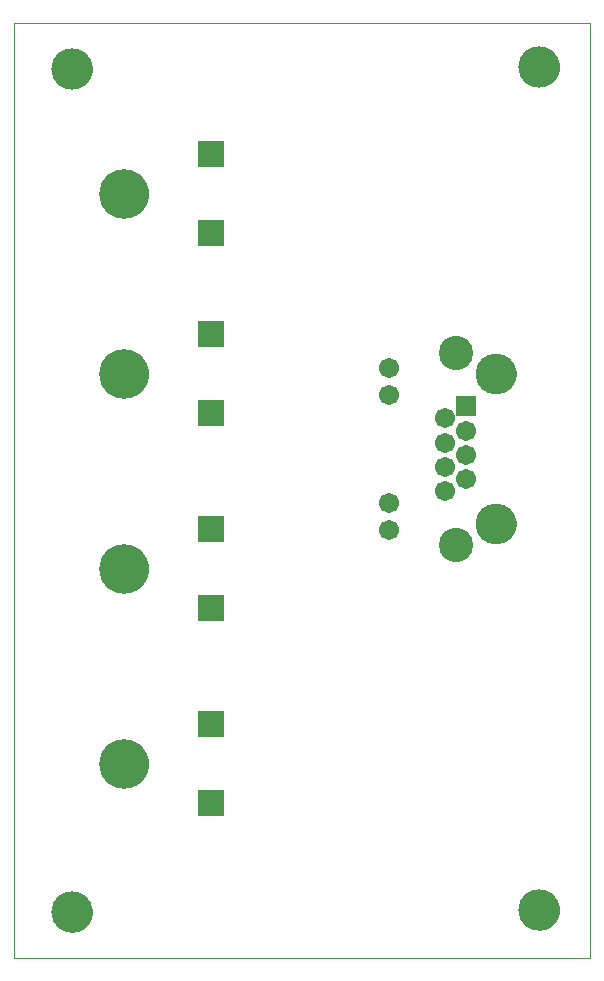
<source format=gts>
G75*
%MOIN*%
%OFA0B0*%
%FSLAX25Y25*%
%IPPOS*%
%LPD*%
%AMOC8*
5,1,8,0,0,1.08239X$1,22.5*
%
%ADD10C,0.00000*%
%ADD11R,0.06737X0.06737*%
%ADD12C,0.06737*%
%ADD13C,0.13595*%
%ADD14C,0.11430*%
%ADD15C,0.16548*%
%ADD16R,0.09068X0.09068*%
%ADD17C,0.13800*%
D10*
X0001000Y0001000D02*
X0001000Y0312516D01*
X0192831Y0312516D01*
X0192831Y0001000D01*
X0001000Y0001000D01*
X0013791Y0016157D02*
X0013793Y0016318D01*
X0013799Y0016478D01*
X0013809Y0016639D01*
X0013823Y0016799D01*
X0013841Y0016959D01*
X0013862Y0017118D01*
X0013888Y0017277D01*
X0013918Y0017435D01*
X0013951Y0017592D01*
X0013989Y0017749D01*
X0014030Y0017904D01*
X0014075Y0018058D01*
X0014124Y0018211D01*
X0014177Y0018363D01*
X0014233Y0018514D01*
X0014294Y0018663D01*
X0014357Y0018811D01*
X0014425Y0018957D01*
X0014496Y0019101D01*
X0014570Y0019243D01*
X0014648Y0019384D01*
X0014730Y0019522D01*
X0014815Y0019659D01*
X0014903Y0019793D01*
X0014995Y0019925D01*
X0015090Y0020055D01*
X0015188Y0020183D01*
X0015289Y0020308D01*
X0015393Y0020430D01*
X0015500Y0020550D01*
X0015610Y0020667D01*
X0015723Y0020782D01*
X0015839Y0020893D01*
X0015958Y0021002D01*
X0016079Y0021107D01*
X0016203Y0021210D01*
X0016329Y0021310D01*
X0016457Y0021406D01*
X0016588Y0021499D01*
X0016722Y0021589D01*
X0016857Y0021676D01*
X0016995Y0021759D01*
X0017134Y0021839D01*
X0017276Y0021915D01*
X0017419Y0021988D01*
X0017564Y0022057D01*
X0017711Y0022123D01*
X0017859Y0022185D01*
X0018009Y0022243D01*
X0018160Y0022298D01*
X0018313Y0022349D01*
X0018467Y0022396D01*
X0018622Y0022439D01*
X0018778Y0022478D01*
X0018934Y0022514D01*
X0019092Y0022545D01*
X0019250Y0022573D01*
X0019409Y0022597D01*
X0019569Y0022617D01*
X0019729Y0022633D01*
X0019889Y0022645D01*
X0020050Y0022653D01*
X0020211Y0022657D01*
X0020371Y0022657D01*
X0020532Y0022653D01*
X0020693Y0022645D01*
X0020853Y0022633D01*
X0021013Y0022617D01*
X0021173Y0022597D01*
X0021332Y0022573D01*
X0021490Y0022545D01*
X0021648Y0022514D01*
X0021804Y0022478D01*
X0021960Y0022439D01*
X0022115Y0022396D01*
X0022269Y0022349D01*
X0022422Y0022298D01*
X0022573Y0022243D01*
X0022723Y0022185D01*
X0022871Y0022123D01*
X0023018Y0022057D01*
X0023163Y0021988D01*
X0023306Y0021915D01*
X0023448Y0021839D01*
X0023587Y0021759D01*
X0023725Y0021676D01*
X0023860Y0021589D01*
X0023994Y0021499D01*
X0024125Y0021406D01*
X0024253Y0021310D01*
X0024379Y0021210D01*
X0024503Y0021107D01*
X0024624Y0021002D01*
X0024743Y0020893D01*
X0024859Y0020782D01*
X0024972Y0020667D01*
X0025082Y0020550D01*
X0025189Y0020430D01*
X0025293Y0020308D01*
X0025394Y0020183D01*
X0025492Y0020055D01*
X0025587Y0019925D01*
X0025679Y0019793D01*
X0025767Y0019659D01*
X0025852Y0019522D01*
X0025934Y0019384D01*
X0026012Y0019243D01*
X0026086Y0019101D01*
X0026157Y0018957D01*
X0026225Y0018811D01*
X0026288Y0018663D01*
X0026349Y0018514D01*
X0026405Y0018363D01*
X0026458Y0018211D01*
X0026507Y0018058D01*
X0026552Y0017904D01*
X0026593Y0017749D01*
X0026631Y0017592D01*
X0026664Y0017435D01*
X0026694Y0017277D01*
X0026720Y0017118D01*
X0026741Y0016959D01*
X0026759Y0016799D01*
X0026773Y0016639D01*
X0026783Y0016478D01*
X0026789Y0016318D01*
X0026791Y0016157D01*
X0026789Y0015996D01*
X0026783Y0015836D01*
X0026773Y0015675D01*
X0026759Y0015515D01*
X0026741Y0015355D01*
X0026720Y0015196D01*
X0026694Y0015037D01*
X0026664Y0014879D01*
X0026631Y0014722D01*
X0026593Y0014565D01*
X0026552Y0014410D01*
X0026507Y0014256D01*
X0026458Y0014103D01*
X0026405Y0013951D01*
X0026349Y0013800D01*
X0026288Y0013651D01*
X0026225Y0013503D01*
X0026157Y0013357D01*
X0026086Y0013213D01*
X0026012Y0013071D01*
X0025934Y0012930D01*
X0025852Y0012792D01*
X0025767Y0012655D01*
X0025679Y0012521D01*
X0025587Y0012389D01*
X0025492Y0012259D01*
X0025394Y0012131D01*
X0025293Y0012006D01*
X0025189Y0011884D01*
X0025082Y0011764D01*
X0024972Y0011647D01*
X0024859Y0011532D01*
X0024743Y0011421D01*
X0024624Y0011312D01*
X0024503Y0011207D01*
X0024379Y0011104D01*
X0024253Y0011004D01*
X0024125Y0010908D01*
X0023994Y0010815D01*
X0023860Y0010725D01*
X0023725Y0010638D01*
X0023587Y0010555D01*
X0023448Y0010475D01*
X0023306Y0010399D01*
X0023163Y0010326D01*
X0023018Y0010257D01*
X0022871Y0010191D01*
X0022723Y0010129D01*
X0022573Y0010071D01*
X0022422Y0010016D01*
X0022269Y0009965D01*
X0022115Y0009918D01*
X0021960Y0009875D01*
X0021804Y0009836D01*
X0021648Y0009800D01*
X0021490Y0009769D01*
X0021332Y0009741D01*
X0021173Y0009717D01*
X0021013Y0009697D01*
X0020853Y0009681D01*
X0020693Y0009669D01*
X0020532Y0009661D01*
X0020371Y0009657D01*
X0020211Y0009657D01*
X0020050Y0009661D01*
X0019889Y0009669D01*
X0019729Y0009681D01*
X0019569Y0009697D01*
X0019409Y0009717D01*
X0019250Y0009741D01*
X0019092Y0009769D01*
X0018934Y0009800D01*
X0018778Y0009836D01*
X0018622Y0009875D01*
X0018467Y0009918D01*
X0018313Y0009965D01*
X0018160Y0010016D01*
X0018009Y0010071D01*
X0017859Y0010129D01*
X0017711Y0010191D01*
X0017564Y0010257D01*
X0017419Y0010326D01*
X0017276Y0010399D01*
X0017134Y0010475D01*
X0016995Y0010555D01*
X0016857Y0010638D01*
X0016722Y0010725D01*
X0016588Y0010815D01*
X0016457Y0010908D01*
X0016329Y0011004D01*
X0016203Y0011104D01*
X0016079Y0011207D01*
X0015958Y0011312D01*
X0015839Y0011421D01*
X0015723Y0011532D01*
X0015610Y0011647D01*
X0015500Y0011764D01*
X0015393Y0011884D01*
X0015289Y0012006D01*
X0015188Y0012131D01*
X0015090Y0012259D01*
X0014995Y0012389D01*
X0014903Y0012521D01*
X0014815Y0012655D01*
X0014730Y0012792D01*
X0014648Y0012930D01*
X0014570Y0013071D01*
X0014496Y0013213D01*
X0014425Y0013357D01*
X0014357Y0013503D01*
X0014294Y0013651D01*
X0014233Y0013800D01*
X0014177Y0013951D01*
X0014124Y0014103D01*
X0014075Y0014256D01*
X0014030Y0014410D01*
X0013989Y0014565D01*
X0013951Y0014722D01*
X0013918Y0014879D01*
X0013888Y0015037D01*
X0013862Y0015196D01*
X0013841Y0015355D01*
X0013823Y0015515D01*
X0013809Y0015675D01*
X0013799Y0015836D01*
X0013793Y0015996D01*
X0013791Y0016157D01*
X0029799Y0065646D02*
X0029801Y0065839D01*
X0029808Y0066032D01*
X0029820Y0066225D01*
X0029837Y0066418D01*
X0029858Y0066610D01*
X0029884Y0066801D01*
X0029915Y0066992D01*
X0029950Y0067182D01*
X0029990Y0067371D01*
X0030035Y0067559D01*
X0030084Y0067746D01*
X0030138Y0067932D01*
X0030196Y0068116D01*
X0030259Y0068299D01*
X0030327Y0068480D01*
X0030398Y0068659D01*
X0030475Y0068837D01*
X0030555Y0069013D01*
X0030640Y0069186D01*
X0030729Y0069358D01*
X0030822Y0069527D01*
X0030919Y0069694D01*
X0031021Y0069859D01*
X0031126Y0070021D01*
X0031235Y0070180D01*
X0031349Y0070337D01*
X0031466Y0070490D01*
X0031586Y0070641D01*
X0031711Y0070789D01*
X0031839Y0070934D01*
X0031970Y0071075D01*
X0032105Y0071214D01*
X0032244Y0071349D01*
X0032385Y0071480D01*
X0032530Y0071608D01*
X0032678Y0071733D01*
X0032829Y0071853D01*
X0032982Y0071970D01*
X0033139Y0072084D01*
X0033298Y0072193D01*
X0033460Y0072298D01*
X0033625Y0072400D01*
X0033792Y0072497D01*
X0033961Y0072590D01*
X0034133Y0072679D01*
X0034306Y0072764D01*
X0034482Y0072844D01*
X0034660Y0072921D01*
X0034839Y0072992D01*
X0035020Y0073060D01*
X0035203Y0073123D01*
X0035387Y0073181D01*
X0035573Y0073235D01*
X0035760Y0073284D01*
X0035948Y0073329D01*
X0036137Y0073369D01*
X0036327Y0073404D01*
X0036518Y0073435D01*
X0036709Y0073461D01*
X0036901Y0073482D01*
X0037094Y0073499D01*
X0037287Y0073511D01*
X0037480Y0073518D01*
X0037673Y0073520D01*
X0037866Y0073518D01*
X0038059Y0073511D01*
X0038252Y0073499D01*
X0038445Y0073482D01*
X0038637Y0073461D01*
X0038828Y0073435D01*
X0039019Y0073404D01*
X0039209Y0073369D01*
X0039398Y0073329D01*
X0039586Y0073284D01*
X0039773Y0073235D01*
X0039959Y0073181D01*
X0040143Y0073123D01*
X0040326Y0073060D01*
X0040507Y0072992D01*
X0040686Y0072921D01*
X0040864Y0072844D01*
X0041040Y0072764D01*
X0041213Y0072679D01*
X0041385Y0072590D01*
X0041554Y0072497D01*
X0041721Y0072400D01*
X0041886Y0072298D01*
X0042048Y0072193D01*
X0042207Y0072084D01*
X0042364Y0071970D01*
X0042517Y0071853D01*
X0042668Y0071733D01*
X0042816Y0071608D01*
X0042961Y0071480D01*
X0043102Y0071349D01*
X0043241Y0071214D01*
X0043376Y0071075D01*
X0043507Y0070934D01*
X0043635Y0070789D01*
X0043760Y0070641D01*
X0043880Y0070490D01*
X0043997Y0070337D01*
X0044111Y0070180D01*
X0044220Y0070021D01*
X0044325Y0069859D01*
X0044427Y0069694D01*
X0044524Y0069527D01*
X0044617Y0069358D01*
X0044706Y0069186D01*
X0044791Y0069013D01*
X0044871Y0068837D01*
X0044948Y0068659D01*
X0045019Y0068480D01*
X0045087Y0068299D01*
X0045150Y0068116D01*
X0045208Y0067932D01*
X0045262Y0067746D01*
X0045311Y0067559D01*
X0045356Y0067371D01*
X0045396Y0067182D01*
X0045431Y0066992D01*
X0045462Y0066801D01*
X0045488Y0066610D01*
X0045509Y0066418D01*
X0045526Y0066225D01*
X0045538Y0066032D01*
X0045545Y0065839D01*
X0045547Y0065646D01*
X0045545Y0065453D01*
X0045538Y0065260D01*
X0045526Y0065067D01*
X0045509Y0064874D01*
X0045488Y0064682D01*
X0045462Y0064491D01*
X0045431Y0064300D01*
X0045396Y0064110D01*
X0045356Y0063921D01*
X0045311Y0063733D01*
X0045262Y0063546D01*
X0045208Y0063360D01*
X0045150Y0063176D01*
X0045087Y0062993D01*
X0045019Y0062812D01*
X0044948Y0062633D01*
X0044871Y0062455D01*
X0044791Y0062279D01*
X0044706Y0062106D01*
X0044617Y0061934D01*
X0044524Y0061765D01*
X0044427Y0061598D01*
X0044325Y0061433D01*
X0044220Y0061271D01*
X0044111Y0061112D01*
X0043997Y0060955D01*
X0043880Y0060802D01*
X0043760Y0060651D01*
X0043635Y0060503D01*
X0043507Y0060358D01*
X0043376Y0060217D01*
X0043241Y0060078D01*
X0043102Y0059943D01*
X0042961Y0059812D01*
X0042816Y0059684D01*
X0042668Y0059559D01*
X0042517Y0059439D01*
X0042364Y0059322D01*
X0042207Y0059208D01*
X0042048Y0059099D01*
X0041886Y0058994D01*
X0041721Y0058892D01*
X0041554Y0058795D01*
X0041385Y0058702D01*
X0041213Y0058613D01*
X0041040Y0058528D01*
X0040864Y0058448D01*
X0040686Y0058371D01*
X0040507Y0058300D01*
X0040326Y0058232D01*
X0040143Y0058169D01*
X0039959Y0058111D01*
X0039773Y0058057D01*
X0039586Y0058008D01*
X0039398Y0057963D01*
X0039209Y0057923D01*
X0039019Y0057888D01*
X0038828Y0057857D01*
X0038637Y0057831D01*
X0038445Y0057810D01*
X0038252Y0057793D01*
X0038059Y0057781D01*
X0037866Y0057774D01*
X0037673Y0057772D01*
X0037480Y0057774D01*
X0037287Y0057781D01*
X0037094Y0057793D01*
X0036901Y0057810D01*
X0036709Y0057831D01*
X0036518Y0057857D01*
X0036327Y0057888D01*
X0036137Y0057923D01*
X0035948Y0057963D01*
X0035760Y0058008D01*
X0035573Y0058057D01*
X0035387Y0058111D01*
X0035203Y0058169D01*
X0035020Y0058232D01*
X0034839Y0058300D01*
X0034660Y0058371D01*
X0034482Y0058448D01*
X0034306Y0058528D01*
X0034133Y0058613D01*
X0033961Y0058702D01*
X0033792Y0058795D01*
X0033625Y0058892D01*
X0033460Y0058994D01*
X0033298Y0059099D01*
X0033139Y0059208D01*
X0032982Y0059322D01*
X0032829Y0059439D01*
X0032678Y0059559D01*
X0032530Y0059684D01*
X0032385Y0059812D01*
X0032244Y0059943D01*
X0032105Y0060078D01*
X0031970Y0060217D01*
X0031839Y0060358D01*
X0031711Y0060503D01*
X0031586Y0060651D01*
X0031466Y0060802D01*
X0031349Y0060955D01*
X0031235Y0061112D01*
X0031126Y0061271D01*
X0031021Y0061433D01*
X0030919Y0061598D01*
X0030822Y0061765D01*
X0030729Y0061934D01*
X0030640Y0062106D01*
X0030555Y0062279D01*
X0030475Y0062455D01*
X0030398Y0062633D01*
X0030327Y0062812D01*
X0030259Y0062993D01*
X0030196Y0063176D01*
X0030138Y0063360D01*
X0030084Y0063546D01*
X0030035Y0063733D01*
X0029990Y0063921D01*
X0029950Y0064110D01*
X0029915Y0064300D01*
X0029884Y0064491D01*
X0029858Y0064682D01*
X0029837Y0064874D01*
X0029820Y0065067D01*
X0029808Y0065260D01*
X0029801Y0065453D01*
X0029799Y0065646D01*
X0029799Y0130646D02*
X0029801Y0130839D01*
X0029808Y0131032D01*
X0029820Y0131225D01*
X0029837Y0131418D01*
X0029858Y0131610D01*
X0029884Y0131801D01*
X0029915Y0131992D01*
X0029950Y0132182D01*
X0029990Y0132371D01*
X0030035Y0132559D01*
X0030084Y0132746D01*
X0030138Y0132932D01*
X0030196Y0133116D01*
X0030259Y0133299D01*
X0030327Y0133480D01*
X0030398Y0133659D01*
X0030475Y0133837D01*
X0030555Y0134013D01*
X0030640Y0134186D01*
X0030729Y0134358D01*
X0030822Y0134527D01*
X0030919Y0134694D01*
X0031021Y0134859D01*
X0031126Y0135021D01*
X0031235Y0135180D01*
X0031349Y0135337D01*
X0031466Y0135490D01*
X0031586Y0135641D01*
X0031711Y0135789D01*
X0031839Y0135934D01*
X0031970Y0136075D01*
X0032105Y0136214D01*
X0032244Y0136349D01*
X0032385Y0136480D01*
X0032530Y0136608D01*
X0032678Y0136733D01*
X0032829Y0136853D01*
X0032982Y0136970D01*
X0033139Y0137084D01*
X0033298Y0137193D01*
X0033460Y0137298D01*
X0033625Y0137400D01*
X0033792Y0137497D01*
X0033961Y0137590D01*
X0034133Y0137679D01*
X0034306Y0137764D01*
X0034482Y0137844D01*
X0034660Y0137921D01*
X0034839Y0137992D01*
X0035020Y0138060D01*
X0035203Y0138123D01*
X0035387Y0138181D01*
X0035573Y0138235D01*
X0035760Y0138284D01*
X0035948Y0138329D01*
X0036137Y0138369D01*
X0036327Y0138404D01*
X0036518Y0138435D01*
X0036709Y0138461D01*
X0036901Y0138482D01*
X0037094Y0138499D01*
X0037287Y0138511D01*
X0037480Y0138518D01*
X0037673Y0138520D01*
X0037866Y0138518D01*
X0038059Y0138511D01*
X0038252Y0138499D01*
X0038445Y0138482D01*
X0038637Y0138461D01*
X0038828Y0138435D01*
X0039019Y0138404D01*
X0039209Y0138369D01*
X0039398Y0138329D01*
X0039586Y0138284D01*
X0039773Y0138235D01*
X0039959Y0138181D01*
X0040143Y0138123D01*
X0040326Y0138060D01*
X0040507Y0137992D01*
X0040686Y0137921D01*
X0040864Y0137844D01*
X0041040Y0137764D01*
X0041213Y0137679D01*
X0041385Y0137590D01*
X0041554Y0137497D01*
X0041721Y0137400D01*
X0041886Y0137298D01*
X0042048Y0137193D01*
X0042207Y0137084D01*
X0042364Y0136970D01*
X0042517Y0136853D01*
X0042668Y0136733D01*
X0042816Y0136608D01*
X0042961Y0136480D01*
X0043102Y0136349D01*
X0043241Y0136214D01*
X0043376Y0136075D01*
X0043507Y0135934D01*
X0043635Y0135789D01*
X0043760Y0135641D01*
X0043880Y0135490D01*
X0043997Y0135337D01*
X0044111Y0135180D01*
X0044220Y0135021D01*
X0044325Y0134859D01*
X0044427Y0134694D01*
X0044524Y0134527D01*
X0044617Y0134358D01*
X0044706Y0134186D01*
X0044791Y0134013D01*
X0044871Y0133837D01*
X0044948Y0133659D01*
X0045019Y0133480D01*
X0045087Y0133299D01*
X0045150Y0133116D01*
X0045208Y0132932D01*
X0045262Y0132746D01*
X0045311Y0132559D01*
X0045356Y0132371D01*
X0045396Y0132182D01*
X0045431Y0131992D01*
X0045462Y0131801D01*
X0045488Y0131610D01*
X0045509Y0131418D01*
X0045526Y0131225D01*
X0045538Y0131032D01*
X0045545Y0130839D01*
X0045547Y0130646D01*
X0045545Y0130453D01*
X0045538Y0130260D01*
X0045526Y0130067D01*
X0045509Y0129874D01*
X0045488Y0129682D01*
X0045462Y0129491D01*
X0045431Y0129300D01*
X0045396Y0129110D01*
X0045356Y0128921D01*
X0045311Y0128733D01*
X0045262Y0128546D01*
X0045208Y0128360D01*
X0045150Y0128176D01*
X0045087Y0127993D01*
X0045019Y0127812D01*
X0044948Y0127633D01*
X0044871Y0127455D01*
X0044791Y0127279D01*
X0044706Y0127106D01*
X0044617Y0126934D01*
X0044524Y0126765D01*
X0044427Y0126598D01*
X0044325Y0126433D01*
X0044220Y0126271D01*
X0044111Y0126112D01*
X0043997Y0125955D01*
X0043880Y0125802D01*
X0043760Y0125651D01*
X0043635Y0125503D01*
X0043507Y0125358D01*
X0043376Y0125217D01*
X0043241Y0125078D01*
X0043102Y0124943D01*
X0042961Y0124812D01*
X0042816Y0124684D01*
X0042668Y0124559D01*
X0042517Y0124439D01*
X0042364Y0124322D01*
X0042207Y0124208D01*
X0042048Y0124099D01*
X0041886Y0123994D01*
X0041721Y0123892D01*
X0041554Y0123795D01*
X0041385Y0123702D01*
X0041213Y0123613D01*
X0041040Y0123528D01*
X0040864Y0123448D01*
X0040686Y0123371D01*
X0040507Y0123300D01*
X0040326Y0123232D01*
X0040143Y0123169D01*
X0039959Y0123111D01*
X0039773Y0123057D01*
X0039586Y0123008D01*
X0039398Y0122963D01*
X0039209Y0122923D01*
X0039019Y0122888D01*
X0038828Y0122857D01*
X0038637Y0122831D01*
X0038445Y0122810D01*
X0038252Y0122793D01*
X0038059Y0122781D01*
X0037866Y0122774D01*
X0037673Y0122772D01*
X0037480Y0122774D01*
X0037287Y0122781D01*
X0037094Y0122793D01*
X0036901Y0122810D01*
X0036709Y0122831D01*
X0036518Y0122857D01*
X0036327Y0122888D01*
X0036137Y0122923D01*
X0035948Y0122963D01*
X0035760Y0123008D01*
X0035573Y0123057D01*
X0035387Y0123111D01*
X0035203Y0123169D01*
X0035020Y0123232D01*
X0034839Y0123300D01*
X0034660Y0123371D01*
X0034482Y0123448D01*
X0034306Y0123528D01*
X0034133Y0123613D01*
X0033961Y0123702D01*
X0033792Y0123795D01*
X0033625Y0123892D01*
X0033460Y0123994D01*
X0033298Y0124099D01*
X0033139Y0124208D01*
X0032982Y0124322D01*
X0032829Y0124439D01*
X0032678Y0124559D01*
X0032530Y0124684D01*
X0032385Y0124812D01*
X0032244Y0124943D01*
X0032105Y0125078D01*
X0031970Y0125217D01*
X0031839Y0125358D01*
X0031711Y0125503D01*
X0031586Y0125651D01*
X0031466Y0125802D01*
X0031349Y0125955D01*
X0031235Y0126112D01*
X0031126Y0126271D01*
X0031021Y0126433D01*
X0030919Y0126598D01*
X0030822Y0126765D01*
X0030729Y0126934D01*
X0030640Y0127106D01*
X0030555Y0127279D01*
X0030475Y0127455D01*
X0030398Y0127633D01*
X0030327Y0127812D01*
X0030259Y0127993D01*
X0030196Y0128176D01*
X0030138Y0128360D01*
X0030084Y0128546D01*
X0030035Y0128733D01*
X0029990Y0128921D01*
X0029950Y0129110D01*
X0029915Y0129300D01*
X0029884Y0129491D01*
X0029858Y0129682D01*
X0029837Y0129874D01*
X0029820Y0130067D01*
X0029808Y0130260D01*
X0029801Y0130453D01*
X0029799Y0130646D01*
X0029799Y0195646D02*
X0029801Y0195839D01*
X0029808Y0196032D01*
X0029820Y0196225D01*
X0029837Y0196418D01*
X0029858Y0196610D01*
X0029884Y0196801D01*
X0029915Y0196992D01*
X0029950Y0197182D01*
X0029990Y0197371D01*
X0030035Y0197559D01*
X0030084Y0197746D01*
X0030138Y0197932D01*
X0030196Y0198116D01*
X0030259Y0198299D01*
X0030327Y0198480D01*
X0030398Y0198659D01*
X0030475Y0198837D01*
X0030555Y0199013D01*
X0030640Y0199186D01*
X0030729Y0199358D01*
X0030822Y0199527D01*
X0030919Y0199694D01*
X0031021Y0199859D01*
X0031126Y0200021D01*
X0031235Y0200180D01*
X0031349Y0200337D01*
X0031466Y0200490D01*
X0031586Y0200641D01*
X0031711Y0200789D01*
X0031839Y0200934D01*
X0031970Y0201075D01*
X0032105Y0201214D01*
X0032244Y0201349D01*
X0032385Y0201480D01*
X0032530Y0201608D01*
X0032678Y0201733D01*
X0032829Y0201853D01*
X0032982Y0201970D01*
X0033139Y0202084D01*
X0033298Y0202193D01*
X0033460Y0202298D01*
X0033625Y0202400D01*
X0033792Y0202497D01*
X0033961Y0202590D01*
X0034133Y0202679D01*
X0034306Y0202764D01*
X0034482Y0202844D01*
X0034660Y0202921D01*
X0034839Y0202992D01*
X0035020Y0203060D01*
X0035203Y0203123D01*
X0035387Y0203181D01*
X0035573Y0203235D01*
X0035760Y0203284D01*
X0035948Y0203329D01*
X0036137Y0203369D01*
X0036327Y0203404D01*
X0036518Y0203435D01*
X0036709Y0203461D01*
X0036901Y0203482D01*
X0037094Y0203499D01*
X0037287Y0203511D01*
X0037480Y0203518D01*
X0037673Y0203520D01*
X0037866Y0203518D01*
X0038059Y0203511D01*
X0038252Y0203499D01*
X0038445Y0203482D01*
X0038637Y0203461D01*
X0038828Y0203435D01*
X0039019Y0203404D01*
X0039209Y0203369D01*
X0039398Y0203329D01*
X0039586Y0203284D01*
X0039773Y0203235D01*
X0039959Y0203181D01*
X0040143Y0203123D01*
X0040326Y0203060D01*
X0040507Y0202992D01*
X0040686Y0202921D01*
X0040864Y0202844D01*
X0041040Y0202764D01*
X0041213Y0202679D01*
X0041385Y0202590D01*
X0041554Y0202497D01*
X0041721Y0202400D01*
X0041886Y0202298D01*
X0042048Y0202193D01*
X0042207Y0202084D01*
X0042364Y0201970D01*
X0042517Y0201853D01*
X0042668Y0201733D01*
X0042816Y0201608D01*
X0042961Y0201480D01*
X0043102Y0201349D01*
X0043241Y0201214D01*
X0043376Y0201075D01*
X0043507Y0200934D01*
X0043635Y0200789D01*
X0043760Y0200641D01*
X0043880Y0200490D01*
X0043997Y0200337D01*
X0044111Y0200180D01*
X0044220Y0200021D01*
X0044325Y0199859D01*
X0044427Y0199694D01*
X0044524Y0199527D01*
X0044617Y0199358D01*
X0044706Y0199186D01*
X0044791Y0199013D01*
X0044871Y0198837D01*
X0044948Y0198659D01*
X0045019Y0198480D01*
X0045087Y0198299D01*
X0045150Y0198116D01*
X0045208Y0197932D01*
X0045262Y0197746D01*
X0045311Y0197559D01*
X0045356Y0197371D01*
X0045396Y0197182D01*
X0045431Y0196992D01*
X0045462Y0196801D01*
X0045488Y0196610D01*
X0045509Y0196418D01*
X0045526Y0196225D01*
X0045538Y0196032D01*
X0045545Y0195839D01*
X0045547Y0195646D01*
X0045545Y0195453D01*
X0045538Y0195260D01*
X0045526Y0195067D01*
X0045509Y0194874D01*
X0045488Y0194682D01*
X0045462Y0194491D01*
X0045431Y0194300D01*
X0045396Y0194110D01*
X0045356Y0193921D01*
X0045311Y0193733D01*
X0045262Y0193546D01*
X0045208Y0193360D01*
X0045150Y0193176D01*
X0045087Y0192993D01*
X0045019Y0192812D01*
X0044948Y0192633D01*
X0044871Y0192455D01*
X0044791Y0192279D01*
X0044706Y0192106D01*
X0044617Y0191934D01*
X0044524Y0191765D01*
X0044427Y0191598D01*
X0044325Y0191433D01*
X0044220Y0191271D01*
X0044111Y0191112D01*
X0043997Y0190955D01*
X0043880Y0190802D01*
X0043760Y0190651D01*
X0043635Y0190503D01*
X0043507Y0190358D01*
X0043376Y0190217D01*
X0043241Y0190078D01*
X0043102Y0189943D01*
X0042961Y0189812D01*
X0042816Y0189684D01*
X0042668Y0189559D01*
X0042517Y0189439D01*
X0042364Y0189322D01*
X0042207Y0189208D01*
X0042048Y0189099D01*
X0041886Y0188994D01*
X0041721Y0188892D01*
X0041554Y0188795D01*
X0041385Y0188702D01*
X0041213Y0188613D01*
X0041040Y0188528D01*
X0040864Y0188448D01*
X0040686Y0188371D01*
X0040507Y0188300D01*
X0040326Y0188232D01*
X0040143Y0188169D01*
X0039959Y0188111D01*
X0039773Y0188057D01*
X0039586Y0188008D01*
X0039398Y0187963D01*
X0039209Y0187923D01*
X0039019Y0187888D01*
X0038828Y0187857D01*
X0038637Y0187831D01*
X0038445Y0187810D01*
X0038252Y0187793D01*
X0038059Y0187781D01*
X0037866Y0187774D01*
X0037673Y0187772D01*
X0037480Y0187774D01*
X0037287Y0187781D01*
X0037094Y0187793D01*
X0036901Y0187810D01*
X0036709Y0187831D01*
X0036518Y0187857D01*
X0036327Y0187888D01*
X0036137Y0187923D01*
X0035948Y0187963D01*
X0035760Y0188008D01*
X0035573Y0188057D01*
X0035387Y0188111D01*
X0035203Y0188169D01*
X0035020Y0188232D01*
X0034839Y0188300D01*
X0034660Y0188371D01*
X0034482Y0188448D01*
X0034306Y0188528D01*
X0034133Y0188613D01*
X0033961Y0188702D01*
X0033792Y0188795D01*
X0033625Y0188892D01*
X0033460Y0188994D01*
X0033298Y0189099D01*
X0033139Y0189208D01*
X0032982Y0189322D01*
X0032829Y0189439D01*
X0032678Y0189559D01*
X0032530Y0189684D01*
X0032385Y0189812D01*
X0032244Y0189943D01*
X0032105Y0190078D01*
X0031970Y0190217D01*
X0031839Y0190358D01*
X0031711Y0190503D01*
X0031586Y0190651D01*
X0031466Y0190802D01*
X0031349Y0190955D01*
X0031235Y0191112D01*
X0031126Y0191271D01*
X0031021Y0191433D01*
X0030919Y0191598D01*
X0030822Y0191765D01*
X0030729Y0191934D01*
X0030640Y0192106D01*
X0030555Y0192279D01*
X0030475Y0192455D01*
X0030398Y0192633D01*
X0030327Y0192812D01*
X0030259Y0192993D01*
X0030196Y0193176D01*
X0030138Y0193360D01*
X0030084Y0193546D01*
X0030035Y0193733D01*
X0029990Y0193921D01*
X0029950Y0194110D01*
X0029915Y0194300D01*
X0029884Y0194491D01*
X0029858Y0194682D01*
X0029837Y0194874D01*
X0029820Y0195067D01*
X0029808Y0195260D01*
X0029801Y0195453D01*
X0029799Y0195646D01*
X0029799Y0255646D02*
X0029801Y0255839D01*
X0029808Y0256032D01*
X0029820Y0256225D01*
X0029837Y0256418D01*
X0029858Y0256610D01*
X0029884Y0256801D01*
X0029915Y0256992D01*
X0029950Y0257182D01*
X0029990Y0257371D01*
X0030035Y0257559D01*
X0030084Y0257746D01*
X0030138Y0257932D01*
X0030196Y0258116D01*
X0030259Y0258299D01*
X0030327Y0258480D01*
X0030398Y0258659D01*
X0030475Y0258837D01*
X0030555Y0259013D01*
X0030640Y0259186D01*
X0030729Y0259358D01*
X0030822Y0259527D01*
X0030919Y0259694D01*
X0031021Y0259859D01*
X0031126Y0260021D01*
X0031235Y0260180D01*
X0031349Y0260337D01*
X0031466Y0260490D01*
X0031586Y0260641D01*
X0031711Y0260789D01*
X0031839Y0260934D01*
X0031970Y0261075D01*
X0032105Y0261214D01*
X0032244Y0261349D01*
X0032385Y0261480D01*
X0032530Y0261608D01*
X0032678Y0261733D01*
X0032829Y0261853D01*
X0032982Y0261970D01*
X0033139Y0262084D01*
X0033298Y0262193D01*
X0033460Y0262298D01*
X0033625Y0262400D01*
X0033792Y0262497D01*
X0033961Y0262590D01*
X0034133Y0262679D01*
X0034306Y0262764D01*
X0034482Y0262844D01*
X0034660Y0262921D01*
X0034839Y0262992D01*
X0035020Y0263060D01*
X0035203Y0263123D01*
X0035387Y0263181D01*
X0035573Y0263235D01*
X0035760Y0263284D01*
X0035948Y0263329D01*
X0036137Y0263369D01*
X0036327Y0263404D01*
X0036518Y0263435D01*
X0036709Y0263461D01*
X0036901Y0263482D01*
X0037094Y0263499D01*
X0037287Y0263511D01*
X0037480Y0263518D01*
X0037673Y0263520D01*
X0037866Y0263518D01*
X0038059Y0263511D01*
X0038252Y0263499D01*
X0038445Y0263482D01*
X0038637Y0263461D01*
X0038828Y0263435D01*
X0039019Y0263404D01*
X0039209Y0263369D01*
X0039398Y0263329D01*
X0039586Y0263284D01*
X0039773Y0263235D01*
X0039959Y0263181D01*
X0040143Y0263123D01*
X0040326Y0263060D01*
X0040507Y0262992D01*
X0040686Y0262921D01*
X0040864Y0262844D01*
X0041040Y0262764D01*
X0041213Y0262679D01*
X0041385Y0262590D01*
X0041554Y0262497D01*
X0041721Y0262400D01*
X0041886Y0262298D01*
X0042048Y0262193D01*
X0042207Y0262084D01*
X0042364Y0261970D01*
X0042517Y0261853D01*
X0042668Y0261733D01*
X0042816Y0261608D01*
X0042961Y0261480D01*
X0043102Y0261349D01*
X0043241Y0261214D01*
X0043376Y0261075D01*
X0043507Y0260934D01*
X0043635Y0260789D01*
X0043760Y0260641D01*
X0043880Y0260490D01*
X0043997Y0260337D01*
X0044111Y0260180D01*
X0044220Y0260021D01*
X0044325Y0259859D01*
X0044427Y0259694D01*
X0044524Y0259527D01*
X0044617Y0259358D01*
X0044706Y0259186D01*
X0044791Y0259013D01*
X0044871Y0258837D01*
X0044948Y0258659D01*
X0045019Y0258480D01*
X0045087Y0258299D01*
X0045150Y0258116D01*
X0045208Y0257932D01*
X0045262Y0257746D01*
X0045311Y0257559D01*
X0045356Y0257371D01*
X0045396Y0257182D01*
X0045431Y0256992D01*
X0045462Y0256801D01*
X0045488Y0256610D01*
X0045509Y0256418D01*
X0045526Y0256225D01*
X0045538Y0256032D01*
X0045545Y0255839D01*
X0045547Y0255646D01*
X0045545Y0255453D01*
X0045538Y0255260D01*
X0045526Y0255067D01*
X0045509Y0254874D01*
X0045488Y0254682D01*
X0045462Y0254491D01*
X0045431Y0254300D01*
X0045396Y0254110D01*
X0045356Y0253921D01*
X0045311Y0253733D01*
X0045262Y0253546D01*
X0045208Y0253360D01*
X0045150Y0253176D01*
X0045087Y0252993D01*
X0045019Y0252812D01*
X0044948Y0252633D01*
X0044871Y0252455D01*
X0044791Y0252279D01*
X0044706Y0252106D01*
X0044617Y0251934D01*
X0044524Y0251765D01*
X0044427Y0251598D01*
X0044325Y0251433D01*
X0044220Y0251271D01*
X0044111Y0251112D01*
X0043997Y0250955D01*
X0043880Y0250802D01*
X0043760Y0250651D01*
X0043635Y0250503D01*
X0043507Y0250358D01*
X0043376Y0250217D01*
X0043241Y0250078D01*
X0043102Y0249943D01*
X0042961Y0249812D01*
X0042816Y0249684D01*
X0042668Y0249559D01*
X0042517Y0249439D01*
X0042364Y0249322D01*
X0042207Y0249208D01*
X0042048Y0249099D01*
X0041886Y0248994D01*
X0041721Y0248892D01*
X0041554Y0248795D01*
X0041385Y0248702D01*
X0041213Y0248613D01*
X0041040Y0248528D01*
X0040864Y0248448D01*
X0040686Y0248371D01*
X0040507Y0248300D01*
X0040326Y0248232D01*
X0040143Y0248169D01*
X0039959Y0248111D01*
X0039773Y0248057D01*
X0039586Y0248008D01*
X0039398Y0247963D01*
X0039209Y0247923D01*
X0039019Y0247888D01*
X0038828Y0247857D01*
X0038637Y0247831D01*
X0038445Y0247810D01*
X0038252Y0247793D01*
X0038059Y0247781D01*
X0037866Y0247774D01*
X0037673Y0247772D01*
X0037480Y0247774D01*
X0037287Y0247781D01*
X0037094Y0247793D01*
X0036901Y0247810D01*
X0036709Y0247831D01*
X0036518Y0247857D01*
X0036327Y0247888D01*
X0036137Y0247923D01*
X0035948Y0247963D01*
X0035760Y0248008D01*
X0035573Y0248057D01*
X0035387Y0248111D01*
X0035203Y0248169D01*
X0035020Y0248232D01*
X0034839Y0248300D01*
X0034660Y0248371D01*
X0034482Y0248448D01*
X0034306Y0248528D01*
X0034133Y0248613D01*
X0033961Y0248702D01*
X0033792Y0248795D01*
X0033625Y0248892D01*
X0033460Y0248994D01*
X0033298Y0249099D01*
X0033139Y0249208D01*
X0032982Y0249322D01*
X0032829Y0249439D01*
X0032678Y0249559D01*
X0032530Y0249684D01*
X0032385Y0249812D01*
X0032244Y0249943D01*
X0032105Y0250078D01*
X0031970Y0250217D01*
X0031839Y0250358D01*
X0031711Y0250503D01*
X0031586Y0250651D01*
X0031466Y0250802D01*
X0031349Y0250955D01*
X0031235Y0251112D01*
X0031126Y0251271D01*
X0031021Y0251433D01*
X0030919Y0251598D01*
X0030822Y0251765D01*
X0030729Y0251934D01*
X0030640Y0252106D01*
X0030555Y0252279D01*
X0030475Y0252455D01*
X0030398Y0252633D01*
X0030327Y0252812D01*
X0030259Y0252993D01*
X0030196Y0253176D01*
X0030138Y0253360D01*
X0030084Y0253546D01*
X0030035Y0253733D01*
X0029990Y0253921D01*
X0029950Y0254110D01*
X0029915Y0254300D01*
X0029884Y0254491D01*
X0029858Y0254682D01*
X0029837Y0254874D01*
X0029820Y0255067D01*
X0029808Y0255260D01*
X0029801Y0255453D01*
X0029799Y0255646D01*
X0013791Y0297260D02*
X0013793Y0297421D01*
X0013799Y0297581D01*
X0013809Y0297742D01*
X0013823Y0297902D01*
X0013841Y0298062D01*
X0013862Y0298221D01*
X0013888Y0298380D01*
X0013918Y0298538D01*
X0013951Y0298695D01*
X0013989Y0298852D01*
X0014030Y0299007D01*
X0014075Y0299161D01*
X0014124Y0299314D01*
X0014177Y0299466D01*
X0014233Y0299617D01*
X0014294Y0299766D01*
X0014357Y0299914D01*
X0014425Y0300060D01*
X0014496Y0300204D01*
X0014570Y0300346D01*
X0014648Y0300487D01*
X0014730Y0300625D01*
X0014815Y0300762D01*
X0014903Y0300896D01*
X0014995Y0301028D01*
X0015090Y0301158D01*
X0015188Y0301286D01*
X0015289Y0301411D01*
X0015393Y0301533D01*
X0015500Y0301653D01*
X0015610Y0301770D01*
X0015723Y0301885D01*
X0015839Y0301996D01*
X0015958Y0302105D01*
X0016079Y0302210D01*
X0016203Y0302313D01*
X0016329Y0302413D01*
X0016457Y0302509D01*
X0016588Y0302602D01*
X0016722Y0302692D01*
X0016857Y0302779D01*
X0016995Y0302862D01*
X0017134Y0302942D01*
X0017276Y0303018D01*
X0017419Y0303091D01*
X0017564Y0303160D01*
X0017711Y0303226D01*
X0017859Y0303288D01*
X0018009Y0303346D01*
X0018160Y0303401D01*
X0018313Y0303452D01*
X0018467Y0303499D01*
X0018622Y0303542D01*
X0018778Y0303581D01*
X0018934Y0303617D01*
X0019092Y0303648D01*
X0019250Y0303676D01*
X0019409Y0303700D01*
X0019569Y0303720D01*
X0019729Y0303736D01*
X0019889Y0303748D01*
X0020050Y0303756D01*
X0020211Y0303760D01*
X0020371Y0303760D01*
X0020532Y0303756D01*
X0020693Y0303748D01*
X0020853Y0303736D01*
X0021013Y0303720D01*
X0021173Y0303700D01*
X0021332Y0303676D01*
X0021490Y0303648D01*
X0021648Y0303617D01*
X0021804Y0303581D01*
X0021960Y0303542D01*
X0022115Y0303499D01*
X0022269Y0303452D01*
X0022422Y0303401D01*
X0022573Y0303346D01*
X0022723Y0303288D01*
X0022871Y0303226D01*
X0023018Y0303160D01*
X0023163Y0303091D01*
X0023306Y0303018D01*
X0023448Y0302942D01*
X0023587Y0302862D01*
X0023725Y0302779D01*
X0023860Y0302692D01*
X0023994Y0302602D01*
X0024125Y0302509D01*
X0024253Y0302413D01*
X0024379Y0302313D01*
X0024503Y0302210D01*
X0024624Y0302105D01*
X0024743Y0301996D01*
X0024859Y0301885D01*
X0024972Y0301770D01*
X0025082Y0301653D01*
X0025189Y0301533D01*
X0025293Y0301411D01*
X0025394Y0301286D01*
X0025492Y0301158D01*
X0025587Y0301028D01*
X0025679Y0300896D01*
X0025767Y0300762D01*
X0025852Y0300625D01*
X0025934Y0300487D01*
X0026012Y0300346D01*
X0026086Y0300204D01*
X0026157Y0300060D01*
X0026225Y0299914D01*
X0026288Y0299766D01*
X0026349Y0299617D01*
X0026405Y0299466D01*
X0026458Y0299314D01*
X0026507Y0299161D01*
X0026552Y0299007D01*
X0026593Y0298852D01*
X0026631Y0298695D01*
X0026664Y0298538D01*
X0026694Y0298380D01*
X0026720Y0298221D01*
X0026741Y0298062D01*
X0026759Y0297902D01*
X0026773Y0297742D01*
X0026783Y0297581D01*
X0026789Y0297421D01*
X0026791Y0297260D01*
X0026789Y0297099D01*
X0026783Y0296939D01*
X0026773Y0296778D01*
X0026759Y0296618D01*
X0026741Y0296458D01*
X0026720Y0296299D01*
X0026694Y0296140D01*
X0026664Y0295982D01*
X0026631Y0295825D01*
X0026593Y0295668D01*
X0026552Y0295513D01*
X0026507Y0295359D01*
X0026458Y0295206D01*
X0026405Y0295054D01*
X0026349Y0294903D01*
X0026288Y0294754D01*
X0026225Y0294606D01*
X0026157Y0294460D01*
X0026086Y0294316D01*
X0026012Y0294174D01*
X0025934Y0294033D01*
X0025852Y0293895D01*
X0025767Y0293758D01*
X0025679Y0293624D01*
X0025587Y0293492D01*
X0025492Y0293362D01*
X0025394Y0293234D01*
X0025293Y0293109D01*
X0025189Y0292987D01*
X0025082Y0292867D01*
X0024972Y0292750D01*
X0024859Y0292635D01*
X0024743Y0292524D01*
X0024624Y0292415D01*
X0024503Y0292310D01*
X0024379Y0292207D01*
X0024253Y0292107D01*
X0024125Y0292011D01*
X0023994Y0291918D01*
X0023860Y0291828D01*
X0023725Y0291741D01*
X0023587Y0291658D01*
X0023448Y0291578D01*
X0023306Y0291502D01*
X0023163Y0291429D01*
X0023018Y0291360D01*
X0022871Y0291294D01*
X0022723Y0291232D01*
X0022573Y0291174D01*
X0022422Y0291119D01*
X0022269Y0291068D01*
X0022115Y0291021D01*
X0021960Y0290978D01*
X0021804Y0290939D01*
X0021648Y0290903D01*
X0021490Y0290872D01*
X0021332Y0290844D01*
X0021173Y0290820D01*
X0021013Y0290800D01*
X0020853Y0290784D01*
X0020693Y0290772D01*
X0020532Y0290764D01*
X0020371Y0290760D01*
X0020211Y0290760D01*
X0020050Y0290764D01*
X0019889Y0290772D01*
X0019729Y0290784D01*
X0019569Y0290800D01*
X0019409Y0290820D01*
X0019250Y0290844D01*
X0019092Y0290872D01*
X0018934Y0290903D01*
X0018778Y0290939D01*
X0018622Y0290978D01*
X0018467Y0291021D01*
X0018313Y0291068D01*
X0018160Y0291119D01*
X0018009Y0291174D01*
X0017859Y0291232D01*
X0017711Y0291294D01*
X0017564Y0291360D01*
X0017419Y0291429D01*
X0017276Y0291502D01*
X0017134Y0291578D01*
X0016995Y0291658D01*
X0016857Y0291741D01*
X0016722Y0291828D01*
X0016588Y0291918D01*
X0016457Y0292011D01*
X0016329Y0292107D01*
X0016203Y0292207D01*
X0016079Y0292310D01*
X0015958Y0292415D01*
X0015839Y0292524D01*
X0015723Y0292635D01*
X0015610Y0292750D01*
X0015500Y0292867D01*
X0015393Y0292987D01*
X0015289Y0293109D01*
X0015188Y0293234D01*
X0015090Y0293362D01*
X0014995Y0293492D01*
X0014903Y0293624D01*
X0014815Y0293758D01*
X0014730Y0293895D01*
X0014648Y0294033D01*
X0014570Y0294174D01*
X0014496Y0294316D01*
X0014425Y0294460D01*
X0014357Y0294606D01*
X0014294Y0294754D01*
X0014233Y0294903D01*
X0014177Y0295054D01*
X0014124Y0295206D01*
X0014075Y0295359D01*
X0014030Y0295513D01*
X0013989Y0295668D01*
X0013951Y0295825D01*
X0013918Y0295982D01*
X0013888Y0296140D01*
X0013862Y0296299D01*
X0013841Y0296458D01*
X0013823Y0296618D01*
X0013809Y0296778D01*
X0013799Y0296939D01*
X0013793Y0297099D01*
X0013791Y0297260D01*
X0155291Y0195646D02*
X0155293Y0195806D01*
X0155299Y0195965D01*
X0155309Y0196124D01*
X0155323Y0196283D01*
X0155341Y0196442D01*
X0155362Y0196600D01*
X0155388Y0196757D01*
X0155418Y0196914D01*
X0155451Y0197070D01*
X0155489Y0197225D01*
X0155530Y0197379D01*
X0155575Y0197532D01*
X0155624Y0197684D01*
X0155677Y0197834D01*
X0155733Y0197983D01*
X0155793Y0198131D01*
X0155857Y0198277D01*
X0155925Y0198422D01*
X0155996Y0198565D01*
X0156070Y0198706D01*
X0156148Y0198845D01*
X0156230Y0198982D01*
X0156315Y0199117D01*
X0156403Y0199250D01*
X0156494Y0199381D01*
X0156589Y0199509D01*
X0156687Y0199635D01*
X0156788Y0199759D01*
X0156892Y0199879D01*
X0156999Y0199998D01*
X0157109Y0200113D01*
X0157222Y0200226D01*
X0157337Y0200336D01*
X0157456Y0200443D01*
X0157576Y0200547D01*
X0157700Y0200648D01*
X0157826Y0200746D01*
X0157954Y0200841D01*
X0158085Y0200932D01*
X0158218Y0201020D01*
X0158353Y0201105D01*
X0158490Y0201187D01*
X0158629Y0201265D01*
X0158770Y0201339D01*
X0158913Y0201410D01*
X0159058Y0201478D01*
X0159204Y0201542D01*
X0159352Y0201602D01*
X0159501Y0201658D01*
X0159651Y0201711D01*
X0159803Y0201760D01*
X0159956Y0201805D01*
X0160110Y0201846D01*
X0160265Y0201884D01*
X0160421Y0201917D01*
X0160578Y0201947D01*
X0160735Y0201973D01*
X0160893Y0201994D01*
X0161052Y0202012D01*
X0161211Y0202026D01*
X0161370Y0202036D01*
X0161529Y0202042D01*
X0161689Y0202044D01*
X0161849Y0202042D01*
X0162008Y0202036D01*
X0162167Y0202026D01*
X0162326Y0202012D01*
X0162485Y0201994D01*
X0162643Y0201973D01*
X0162800Y0201947D01*
X0162957Y0201917D01*
X0163113Y0201884D01*
X0163268Y0201846D01*
X0163422Y0201805D01*
X0163575Y0201760D01*
X0163727Y0201711D01*
X0163877Y0201658D01*
X0164026Y0201602D01*
X0164174Y0201542D01*
X0164320Y0201478D01*
X0164465Y0201410D01*
X0164608Y0201339D01*
X0164749Y0201265D01*
X0164888Y0201187D01*
X0165025Y0201105D01*
X0165160Y0201020D01*
X0165293Y0200932D01*
X0165424Y0200841D01*
X0165552Y0200746D01*
X0165678Y0200648D01*
X0165802Y0200547D01*
X0165922Y0200443D01*
X0166041Y0200336D01*
X0166156Y0200226D01*
X0166269Y0200113D01*
X0166379Y0199998D01*
X0166486Y0199879D01*
X0166590Y0199759D01*
X0166691Y0199635D01*
X0166789Y0199509D01*
X0166884Y0199381D01*
X0166975Y0199250D01*
X0167063Y0199117D01*
X0167148Y0198982D01*
X0167230Y0198845D01*
X0167308Y0198706D01*
X0167382Y0198565D01*
X0167453Y0198422D01*
X0167521Y0198277D01*
X0167585Y0198131D01*
X0167645Y0197983D01*
X0167701Y0197834D01*
X0167754Y0197684D01*
X0167803Y0197532D01*
X0167848Y0197379D01*
X0167889Y0197225D01*
X0167927Y0197070D01*
X0167960Y0196914D01*
X0167990Y0196757D01*
X0168016Y0196600D01*
X0168037Y0196442D01*
X0168055Y0196283D01*
X0168069Y0196124D01*
X0168079Y0195965D01*
X0168085Y0195806D01*
X0168087Y0195646D01*
X0168085Y0195486D01*
X0168079Y0195327D01*
X0168069Y0195168D01*
X0168055Y0195009D01*
X0168037Y0194850D01*
X0168016Y0194692D01*
X0167990Y0194535D01*
X0167960Y0194378D01*
X0167927Y0194222D01*
X0167889Y0194067D01*
X0167848Y0193913D01*
X0167803Y0193760D01*
X0167754Y0193608D01*
X0167701Y0193458D01*
X0167645Y0193309D01*
X0167585Y0193161D01*
X0167521Y0193015D01*
X0167453Y0192870D01*
X0167382Y0192727D01*
X0167308Y0192586D01*
X0167230Y0192447D01*
X0167148Y0192310D01*
X0167063Y0192175D01*
X0166975Y0192042D01*
X0166884Y0191911D01*
X0166789Y0191783D01*
X0166691Y0191657D01*
X0166590Y0191533D01*
X0166486Y0191413D01*
X0166379Y0191294D01*
X0166269Y0191179D01*
X0166156Y0191066D01*
X0166041Y0190956D01*
X0165922Y0190849D01*
X0165802Y0190745D01*
X0165678Y0190644D01*
X0165552Y0190546D01*
X0165424Y0190451D01*
X0165293Y0190360D01*
X0165160Y0190272D01*
X0165025Y0190187D01*
X0164888Y0190105D01*
X0164749Y0190027D01*
X0164608Y0189953D01*
X0164465Y0189882D01*
X0164320Y0189814D01*
X0164174Y0189750D01*
X0164026Y0189690D01*
X0163877Y0189634D01*
X0163727Y0189581D01*
X0163575Y0189532D01*
X0163422Y0189487D01*
X0163268Y0189446D01*
X0163113Y0189408D01*
X0162957Y0189375D01*
X0162800Y0189345D01*
X0162643Y0189319D01*
X0162485Y0189298D01*
X0162326Y0189280D01*
X0162167Y0189266D01*
X0162008Y0189256D01*
X0161849Y0189250D01*
X0161689Y0189248D01*
X0161529Y0189250D01*
X0161370Y0189256D01*
X0161211Y0189266D01*
X0161052Y0189280D01*
X0160893Y0189298D01*
X0160735Y0189319D01*
X0160578Y0189345D01*
X0160421Y0189375D01*
X0160265Y0189408D01*
X0160110Y0189446D01*
X0159956Y0189487D01*
X0159803Y0189532D01*
X0159651Y0189581D01*
X0159501Y0189634D01*
X0159352Y0189690D01*
X0159204Y0189750D01*
X0159058Y0189814D01*
X0158913Y0189882D01*
X0158770Y0189953D01*
X0158629Y0190027D01*
X0158490Y0190105D01*
X0158353Y0190187D01*
X0158218Y0190272D01*
X0158085Y0190360D01*
X0157954Y0190451D01*
X0157826Y0190546D01*
X0157700Y0190644D01*
X0157576Y0190745D01*
X0157456Y0190849D01*
X0157337Y0190956D01*
X0157222Y0191066D01*
X0157109Y0191179D01*
X0156999Y0191294D01*
X0156892Y0191413D01*
X0156788Y0191533D01*
X0156687Y0191657D01*
X0156589Y0191783D01*
X0156494Y0191911D01*
X0156403Y0192042D01*
X0156315Y0192175D01*
X0156230Y0192310D01*
X0156148Y0192447D01*
X0156070Y0192586D01*
X0155996Y0192727D01*
X0155925Y0192870D01*
X0155857Y0193015D01*
X0155793Y0193161D01*
X0155733Y0193309D01*
X0155677Y0193458D01*
X0155624Y0193608D01*
X0155575Y0193760D01*
X0155530Y0193913D01*
X0155489Y0194067D01*
X0155451Y0194222D01*
X0155418Y0194378D01*
X0155388Y0194535D01*
X0155362Y0194692D01*
X0155341Y0194850D01*
X0155323Y0195009D01*
X0155309Y0195168D01*
X0155299Y0195327D01*
X0155293Y0195486D01*
X0155291Y0195646D01*
X0155291Y0145646D02*
X0155293Y0145806D01*
X0155299Y0145965D01*
X0155309Y0146124D01*
X0155323Y0146283D01*
X0155341Y0146442D01*
X0155362Y0146600D01*
X0155388Y0146757D01*
X0155418Y0146914D01*
X0155451Y0147070D01*
X0155489Y0147225D01*
X0155530Y0147379D01*
X0155575Y0147532D01*
X0155624Y0147684D01*
X0155677Y0147834D01*
X0155733Y0147983D01*
X0155793Y0148131D01*
X0155857Y0148277D01*
X0155925Y0148422D01*
X0155996Y0148565D01*
X0156070Y0148706D01*
X0156148Y0148845D01*
X0156230Y0148982D01*
X0156315Y0149117D01*
X0156403Y0149250D01*
X0156494Y0149381D01*
X0156589Y0149509D01*
X0156687Y0149635D01*
X0156788Y0149759D01*
X0156892Y0149879D01*
X0156999Y0149998D01*
X0157109Y0150113D01*
X0157222Y0150226D01*
X0157337Y0150336D01*
X0157456Y0150443D01*
X0157576Y0150547D01*
X0157700Y0150648D01*
X0157826Y0150746D01*
X0157954Y0150841D01*
X0158085Y0150932D01*
X0158218Y0151020D01*
X0158353Y0151105D01*
X0158490Y0151187D01*
X0158629Y0151265D01*
X0158770Y0151339D01*
X0158913Y0151410D01*
X0159058Y0151478D01*
X0159204Y0151542D01*
X0159352Y0151602D01*
X0159501Y0151658D01*
X0159651Y0151711D01*
X0159803Y0151760D01*
X0159956Y0151805D01*
X0160110Y0151846D01*
X0160265Y0151884D01*
X0160421Y0151917D01*
X0160578Y0151947D01*
X0160735Y0151973D01*
X0160893Y0151994D01*
X0161052Y0152012D01*
X0161211Y0152026D01*
X0161370Y0152036D01*
X0161529Y0152042D01*
X0161689Y0152044D01*
X0161849Y0152042D01*
X0162008Y0152036D01*
X0162167Y0152026D01*
X0162326Y0152012D01*
X0162485Y0151994D01*
X0162643Y0151973D01*
X0162800Y0151947D01*
X0162957Y0151917D01*
X0163113Y0151884D01*
X0163268Y0151846D01*
X0163422Y0151805D01*
X0163575Y0151760D01*
X0163727Y0151711D01*
X0163877Y0151658D01*
X0164026Y0151602D01*
X0164174Y0151542D01*
X0164320Y0151478D01*
X0164465Y0151410D01*
X0164608Y0151339D01*
X0164749Y0151265D01*
X0164888Y0151187D01*
X0165025Y0151105D01*
X0165160Y0151020D01*
X0165293Y0150932D01*
X0165424Y0150841D01*
X0165552Y0150746D01*
X0165678Y0150648D01*
X0165802Y0150547D01*
X0165922Y0150443D01*
X0166041Y0150336D01*
X0166156Y0150226D01*
X0166269Y0150113D01*
X0166379Y0149998D01*
X0166486Y0149879D01*
X0166590Y0149759D01*
X0166691Y0149635D01*
X0166789Y0149509D01*
X0166884Y0149381D01*
X0166975Y0149250D01*
X0167063Y0149117D01*
X0167148Y0148982D01*
X0167230Y0148845D01*
X0167308Y0148706D01*
X0167382Y0148565D01*
X0167453Y0148422D01*
X0167521Y0148277D01*
X0167585Y0148131D01*
X0167645Y0147983D01*
X0167701Y0147834D01*
X0167754Y0147684D01*
X0167803Y0147532D01*
X0167848Y0147379D01*
X0167889Y0147225D01*
X0167927Y0147070D01*
X0167960Y0146914D01*
X0167990Y0146757D01*
X0168016Y0146600D01*
X0168037Y0146442D01*
X0168055Y0146283D01*
X0168069Y0146124D01*
X0168079Y0145965D01*
X0168085Y0145806D01*
X0168087Y0145646D01*
X0168085Y0145486D01*
X0168079Y0145327D01*
X0168069Y0145168D01*
X0168055Y0145009D01*
X0168037Y0144850D01*
X0168016Y0144692D01*
X0167990Y0144535D01*
X0167960Y0144378D01*
X0167927Y0144222D01*
X0167889Y0144067D01*
X0167848Y0143913D01*
X0167803Y0143760D01*
X0167754Y0143608D01*
X0167701Y0143458D01*
X0167645Y0143309D01*
X0167585Y0143161D01*
X0167521Y0143015D01*
X0167453Y0142870D01*
X0167382Y0142727D01*
X0167308Y0142586D01*
X0167230Y0142447D01*
X0167148Y0142310D01*
X0167063Y0142175D01*
X0166975Y0142042D01*
X0166884Y0141911D01*
X0166789Y0141783D01*
X0166691Y0141657D01*
X0166590Y0141533D01*
X0166486Y0141413D01*
X0166379Y0141294D01*
X0166269Y0141179D01*
X0166156Y0141066D01*
X0166041Y0140956D01*
X0165922Y0140849D01*
X0165802Y0140745D01*
X0165678Y0140644D01*
X0165552Y0140546D01*
X0165424Y0140451D01*
X0165293Y0140360D01*
X0165160Y0140272D01*
X0165025Y0140187D01*
X0164888Y0140105D01*
X0164749Y0140027D01*
X0164608Y0139953D01*
X0164465Y0139882D01*
X0164320Y0139814D01*
X0164174Y0139750D01*
X0164026Y0139690D01*
X0163877Y0139634D01*
X0163727Y0139581D01*
X0163575Y0139532D01*
X0163422Y0139487D01*
X0163268Y0139446D01*
X0163113Y0139408D01*
X0162957Y0139375D01*
X0162800Y0139345D01*
X0162643Y0139319D01*
X0162485Y0139298D01*
X0162326Y0139280D01*
X0162167Y0139266D01*
X0162008Y0139256D01*
X0161849Y0139250D01*
X0161689Y0139248D01*
X0161529Y0139250D01*
X0161370Y0139256D01*
X0161211Y0139266D01*
X0161052Y0139280D01*
X0160893Y0139298D01*
X0160735Y0139319D01*
X0160578Y0139345D01*
X0160421Y0139375D01*
X0160265Y0139408D01*
X0160110Y0139446D01*
X0159956Y0139487D01*
X0159803Y0139532D01*
X0159651Y0139581D01*
X0159501Y0139634D01*
X0159352Y0139690D01*
X0159204Y0139750D01*
X0159058Y0139814D01*
X0158913Y0139882D01*
X0158770Y0139953D01*
X0158629Y0140027D01*
X0158490Y0140105D01*
X0158353Y0140187D01*
X0158218Y0140272D01*
X0158085Y0140360D01*
X0157954Y0140451D01*
X0157826Y0140546D01*
X0157700Y0140644D01*
X0157576Y0140745D01*
X0157456Y0140849D01*
X0157337Y0140956D01*
X0157222Y0141066D01*
X0157109Y0141179D01*
X0156999Y0141294D01*
X0156892Y0141413D01*
X0156788Y0141533D01*
X0156687Y0141657D01*
X0156589Y0141783D01*
X0156494Y0141911D01*
X0156403Y0142042D01*
X0156315Y0142175D01*
X0156230Y0142310D01*
X0156148Y0142447D01*
X0156070Y0142586D01*
X0155996Y0142727D01*
X0155925Y0142870D01*
X0155857Y0143015D01*
X0155793Y0143161D01*
X0155733Y0143309D01*
X0155677Y0143458D01*
X0155624Y0143608D01*
X0155575Y0143760D01*
X0155530Y0143913D01*
X0155489Y0144067D01*
X0155451Y0144222D01*
X0155418Y0144378D01*
X0155388Y0144535D01*
X0155362Y0144692D01*
X0155341Y0144850D01*
X0155323Y0145009D01*
X0155309Y0145168D01*
X0155299Y0145327D01*
X0155293Y0145486D01*
X0155291Y0145646D01*
X0169500Y0016846D02*
X0169502Y0017007D01*
X0169508Y0017167D01*
X0169518Y0017328D01*
X0169532Y0017488D01*
X0169550Y0017648D01*
X0169571Y0017807D01*
X0169597Y0017966D01*
X0169627Y0018124D01*
X0169660Y0018281D01*
X0169698Y0018438D01*
X0169739Y0018593D01*
X0169784Y0018747D01*
X0169833Y0018900D01*
X0169886Y0019052D01*
X0169942Y0019203D01*
X0170003Y0019352D01*
X0170066Y0019500D01*
X0170134Y0019646D01*
X0170205Y0019790D01*
X0170279Y0019932D01*
X0170357Y0020073D01*
X0170439Y0020211D01*
X0170524Y0020348D01*
X0170612Y0020482D01*
X0170704Y0020614D01*
X0170799Y0020744D01*
X0170897Y0020872D01*
X0170998Y0020997D01*
X0171102Y0021119D01*
X0171209Y0021239D01*
X0171319Y0021356D01*
X0171432Y0021471D01*
X0171548Y0021582D01*
X0171667Y0021691D01*
X0171788Y0021796D01*
X0171912Y0021899D01*
X0172038Y0021999D01*
X0172166Y0022095D01*
X0172297Y0022188D01*
X0172431Y0022278D01*
X0172566Y0022365D01*
X0172704Y0022448D01*
X0172843Y0022528D01*
X0172985Y0022604D01*
X0173128Y0022677D01*
X0173273Y0022746D01*
X0173420Y0022812D01*
X0173568Y0022874D01*
X0173718Y0022932D01*
X0173869Y0022987D01*
X0174022Y0023038D01*
X0174176Y0023085D01*
X0174331Y0023128D01*
X0174487Y0023167D01*
X0174643Y0023203D01*
X0174801Y0023234D01*
X0174959Y0023262D01*
X0175118Y0023286D01*
X0175278Y0023306D01*
X0175438Y0023322D01*
X0175598Y0023334D01*
X0175759Y0023342D01*
X0175920Y0023346D01*
X0176080Y0023346D01*
X0176241Y0023342D01*
X0176402Y0023334D01*
X0176562Y0023322D01*
X0176722Y0023306D01*
X0176882Y0023286D01*
X0177041Y0023262D01*
X0177199Y0023234D01*
X0177357Y0023203D01*
X0177513Y0023167D01*
X0177669Y0023128D01*
X0177824Y0023085D01*
X0177978Y0023038D01*
X0178131Y0022987D01*
X0178282Y0022932D01*
X0178432Y0022874D01*
X0178580Y0022812D01*
X0178727Y0022746D01*
X0178872Y0022677D01*
X0179015Y0022604D01*
X0179157Y0022528D01*
X0179296Y0022448D01*
X0179434Y0022365D01*
X0179569Y0022278D01*
X0179703Y0022188D01*
X0179834Y0022095D01*
X0179962Y0021999D01*
X0180088Y0021899D01*
X0180212Y0021796D01*
X0180333Y0021691D01*
X0180452Y0021582D01*
X0180568Y0021471D01*
X0180681Y0021356D01*
X0180791Y0021239D01*
X0180898Y0021119D01*
X0181002Y0020997D01*
X0181103Y0020872D01*
X0181201Y0020744D01*
X0181296Y0020614D01*
X0181388Y0020482D01*
X0181476Y0020348D01*
X0181561Y0020211D01*
X0181643Y0020073D01*
X0181721Y0019932D01*
X0181795Y0019790D01*
X0181866Y0019646D01*
X0181934Y0019500D01*
X0181997Y0019352D01*
X0182058Y0019203D01*
X0182114Y0019052D01*
X0182167Y0018900D01*
X0182216Y0018747D01*
X0182261Y0018593D01*
X0182302Y0018438D01*
X0182340Y0018281D01*
X0182373Y0018124D01*
X0182403Y0017966D01*
X0182429Y0017807D01*
X0182450Y0017648D01*
X0182468Y0017488D01*
X0182482Y0017328D01*
X0182492Y0017167D01*
X0182498Y0017007D01*
X0182500Y0016846D01*
X0182498Y0016685D01*
X0182492Y0016525D01*
X0182482Y0016364D01*
X0182468Y0016204D01*
X0182450Y0016044D01*
X0182429Y0015885D01*
X0182403Y0015726D01*
X0182373Y0015568D01*
X0182340Y0015411D01*
X0182302Y0015254D01*
X0182261Y0015099D01*
X0182216Y0014945D01*
X0182167Y0014792D01*
X0182114Y0014640D01*
X0182058Y0014489D01*
X0181997Y0014340D01*
X0181934Y0014192D01*
X0181866Y0014046D01*
X0181795Y0013902D01*
X0181721Y0013760D01*
X0181643Y0013619D01*
X0181561Y0013481D01*
X0181476Y0013344D01*
X0181388Y0013210D01*
X0181296Y0013078D01*
X0181201Y0012948D01*
X0181103Y0012820D01*
X0181002Y0012695D01*
X0180898Y0012573D01*
X0180791Y0012453D01*
X0180681Y0012336D01*
X0180568Y0012221D01*
X0180452Y0012110D01*
X0180333Y0012001D01*
X0180212Y0011896D01*
X0180088Y0011793D01*
X0179962Y0011693D01*
X0179834Y0011597D01*
X0179703Y0011504D01*
X0179569Y0011414D01*
X0179434Y0011327D01*
X0179296Y0011244D01*
X0179157Y0011164D01*
X0179015Y0011088D01*
X0178872Y0011015D01*
X0178727Y0010946D01*
X0178580Y0010880D01*
X0178432Y0010818D01*
X0178282Y0010760D01*
X0178131Y0010705D01*
X0177978Y0010654D01*
X0177824Y0010607D01*
X0177669Y0010564D01*
X0177513Y0010525D01*
X0177357Y0010489D01*
X0177199Y0010458D01*
X0177041Y0010430D01*
X0176882Y0010406D01*
X0176722Y0010386D01*
X0176562Y0010370D01*
X0176402Y0010358D01*
X0176241Y0010350D01*
X0176080Y0010346D01*
X0175920Y0010346D01*
X0175759Y0010350D01*
X0175598Y0010358D01*
X0175438Y0010370D01*
X0175278Y0010386D01*
X0175118Y0010406D01*
X0174959Y0010430D01*
X0174801Y0010458D01*
X0174643Y0010489D01*
X0174487Y0010525D01*
X0174331Y0010564D01*
X0174176Y0010607D01*
X0174022Y0010654D01*
X0173869Y0010705D01*
X0173718Y0010760D01*
X0173568Y0010818D01*
X0173420Y0010880D01*
X0173273Y0010946D01*
X0173128Y0011015D01*
X0172985Y0011088D01*
X0172843Y0011164D01*
X0172704Y0011244D01*
X0172566Y0011327D01*
X0172431Y0011414D01*
X0172297Y0011504D01*
X0172166Y0011597D01*
X0172038Y0011693D01*
X0171912Y0011793D01*
X0171788Y0011896D01*
X0171667Y0012001D01*
X0171548Y0012110D01*
X0171432Y0012221D01*
X0171319Y0012336D01*
X0171209Y0012453D01*
X0171102Y0012573D01*
X0170998Y0012695D01*
X0170897Y0012820D01*
X0170799Y0012948D01*
X0170704Y0013078D01*
X0170612Y0013210D01*
X0170524Y0013344D01*
X0170439Y0013481D01*
X0170357Y0013619D01*
X0170279Y0013760D01*
X0170205Y0013902D01*
X0170134Y0014046D01*
X0170066Y0014192D01*
X0170003Y0014340D01*
X0169942Y0014489D01*
X0169886Y0014640D01*
X0169833Y0014792D01*
X0169784Y0014945D01*
X0169739Y0015099D01*
X0169698Y0015254D01*
X0169660Y0015411D01*
X0169627Y0015568D01*
X0169597Y0015726D01*
X0169571Y0015885D01*
X0169550Y0016044D01*
X0169532Y0016204D01*
X0169518Y0016364D01*
X0169508Y0016525D01*
X0169502Y0016685D01*
X0169500Y0016846D01*
X0169500Y0297949D02*
X0169502Y0298110D01*
X0169508Y0298270D01*
X0169518Y0298431D01*
X0169532Y0298591D01*
X0169550Y0298751D01*
X0169571Y0298910D01*
X0169597Y0299069D01*
X0169627Y0299227D01*
X0169660Y0299384D01*
X0169698Y0299541D01*
X0169739Y0299696D01*
X0169784Y0299850D01*
X0169833Y0300003D01*
X0169886Y0300155D01*
X0169942Y0300306D01*
X0170003Y0300455D01*
X0170066Y0300603D01*
X0170134Y0300749D01*
X0170205Y0300893D01*
X0170279Y0301035D01*
X0170357Y0301176D01*
X0170439Y0301314D01*
X0170524Y0301451D01*
X0170612Y0301585D01*
X0170704Y0301717D01*
X0170799Y0301847D01*
X0170897Y0301975D01*
X0170998Y0302100D01*
X0171102Y0302222D01*
X0171209Y0302342D01*
X0171319Y0302459D01*
X0171432Y0302574D01*
X0171548Y0302685D01*
X0171667Y0302794D01*
X0171788Y0302899D01*
X0171912Y0303002D01*
X0172038Y0303102D01*
X0172166Y0303198D01*
X0172297Y0303291D01*
X0172431Y0303381D01*
X0172566Y0303468D01*
X0172704Y0303551D01*
X0172843Y0303631D01*
X0172985Y0303707D01*
X0173128Y0303780D01*
X0173273Y0303849D01*
X0173420Y0303915D01*
X0173568Y0303977D01*
X0173718Y0304035D01*
X0173869Y0304090D01*
X0174022Y0304141D01*
X0174176Y0304188D01*
X0174331Y0304231D01*
X0174487Y0304270D01*
X0174643Y0304306D01*
X0174801Y0304337D01*
X0174959Y0304365D01*
X0175118Y0304389D01*
X0175278Y0304409D01*
X0175438Y0304425D01*
X0175598Y0304437D01*
X0175759Y0304445D01*
X0175920Y0304449D01*
X0176080Y0304449D01*
X0176241Y0304445D01*
X0176402Y0304437D01*
X0176562Y0304425D01*
X0176722Y0304409D01*
X0176882Y0304389D01*
X0177041Y0304365D01*
X0177199Y0304337D01*
X0177357Y0304306D01*
X0177513Y0304270D01*
X0177669Y0304231D01*
X0177824Y0304188D01*
X0177978Y0304141D01*
X0178131Y0304090D01*
X0178282Y0304035D01*
X0178432Y0303977D01*
X0178580Y0303915D01*
X0178727Y0303849D01*
X0178872Y0303780D01*
X0179015Y0303707D01*
X0179157Y0303631D01*
X0179296Y0303551D01*
X0179434Y0303468D01*
X0179569Y0303381D01*
X0179703Y0303291D01*
X0179834Y0303198D01*
X0179962Y0303102D01*
X0180088Y0303002D01*
X0180212Y0302899D01*
X0180333Y0302794D01*
X0180452Y0302685D01*
X0180568Y0302574D01*
X0180681Y0302459D01*
X0180791Y0302342D01*
X0180898Y0302222D01*
X0181002Y0302100D01*
X0181103Y0301975D01*
X0181201Y0301847D01*
X0181296Y0301717D01*
X0181388Y0301585D01*
X0181476Y0301451D01*
X0181561Y0301314D01*
X0181643Y0301176D01*
X0181721Y0301035D01*
X0181795Y0300893D01*
X0181866Y0300749D01*
X0181934Y0300603D01*
X0181997Y0300455D01*
X0182058Y0300306D01*
X0182114Y0300155D01*
X0182167Y0300003D01*
X0182216Y0299850D01*
X0182261Y0299696D01*
X0182302Y0299541D01*
X0182340Y0299384D01*
X0182373Y0299227D01*
X0182403Y0299069D01*
X0182429Y0298910D01*
X0182450Y0298751D01*
X0182468Y0298591D01*
X0182482Y0298431D01*
X0182492Y0298270D01*
X0182498Y0298110D01*
X0182500Y0297949D01*
X0182498Y0297788D01*
X0182492Y0297628D01*
X0182482Y0297467D01*
X0182468Y0297307D01*
X0182450Y0297147D01*
X0182429Y0296988D01*
X0182403Y0296829D01*
X0182373Y0296671D01*
X0182340Y0296514D01*
X0182302Y0296357D01*
X0182261Y0296202D01*
X0182216Y0296048D01*
X0182167Y0295895D01*
X0182114Y0295743D01*
X0182058Y0295592D01*
X0181997Y0295443D01*
X0181934Y0295295D01*
X0181866Y0295149D01*
X0181795Y0295005D01*
X0181721Y0294863D01*
X0181643Y0294722D01*
X0181561Y0294584D01*
X0181476Y0294447D01*
X0181388Y0294313D01*
X0181296Y0294181D01*
X0181201Y0294051D01*
X0181103Y0293923D01*
X0181002Y0293798D01*
X0180898Y0293676D01*
X0180791Y0293556D01*
X0180681Y0293439D01*
X0180568Y0293324D01*
X0180452Y0293213D01*
X0180333Y0293104D01*
X0180212Y0292999D01*
X0180088Y0292896D01*
X0179962Y0292796D01*
X0179834Y0292700D01*
X0179703Y0292607D01*
X0179569Y0292517D01*
X0179434Y0292430D01*
X0179296Y0292347D01*
X0179157Y0292267D01*
X0179015Y0292191D01*
X0178872Y0292118D01*
X0178727Y0292049D01*
X0178580Y0291983D01*
X0178432Y0291921D01*
X0178282Y0291863D01*
X0178131Y0291808D01*
X0177978Y0291757D01*
X0177824Y0291710D01*
X0177669Y0291667D01*
X0177513Y0291628D01*
X0177357Y0291592D01*
X0177199Y0291561D01*
X0177041Y0291533D01*
X0176882Y0291509D01*
X0176722Y0291489D01*
X0176562Y0291473D01*
X0176402Y0291461D01*
X0176241Y0291453D01*
X0176080Y0291449D01*
X0175920Y0291449D01*
X0175759Y0291453D01*
X0175598Y0291461D01*
X0175438Y0291473D01*
X0175278Y0291489D01*
X0175118Y0291509D01*
X0174959Y0291533D01*
X0174801Y0291561D01*
X0174643Y0291592D01*
X0174487Y0291628D01*
X0174331Y0291667D01*
X0174176Y0291710D01*
X0174022Y0291757D01*
X0173869Y0291808D01*
X0173718Y0291863D01*
X0173568Y0291921D01*
X0173420Y0291983D01*
X0173273Y0292049D01*
X0173128Y0292118D01*
X0172985Y0292191D01*
X0172843Y0292267D01*
X0172704Y0292347D01*
X0172566Y0292430D01*
X0172431Y0292517D01*
X0172297Y0292607D01*
X0172166Y0292700D01*
X0172038Y0292796D01*
X0171912Y0292896D01*
X0171788Y0292999D01*
X0171667Y0293104D01*
X0171548Y0293213D01*
X0171432Y0293324D01*
X0171319Y0293439D01*
X0171209Y0293556D01*
X0171102Y0293676D01*
X0170998Y0293798D01*
X0170897Y0293923D01*
X0170799Y0294051D01*
X0170704Y0294181D01*
X0170612Y0294313D01*
X0170524Y0294447D01*
X0170439Y0294584D01*
X0170357Y0294722D01*
X0170279Y0294863D01*
X0170205Y0295005D01*
X0170134Y0295149D01*
X0170066Y0295295D01*
X0170003Y0295443D01*
X0169942Y0295592D01*
X0169886Y0295743D01*
X0169833Y0295895D01*
X0169784Y0296048D01*
X0169739Y0296202D01*
X0169698Y0296357D01*
X0169660Y0296514D01*
X0169627Y0296671D01*
X0169597Y0296829D01*
X0169571Y0296988D01*
X0169550Y0297147D01*
X0169532Y0297307D01*
X0169518Y0297467D01*
X0169508Y0297628D01*
X0169502Y0297788D01*
X0169500Y0297949D01*
D11*
X0151689Y0184740D03*
D12*
X0151689Y0176709D03*
X0151689Y0168677D03*
X0151689Y0160646D03*
X0144681Y0164661D03*
X0144681Y0156630D03*
X0144681Y0172693D03*
X0144681Y0180724D03*
X0125705Y0188638D03*
X0125705Y0197654D03*
X0125705Y0152654D03*
X0125705Y0143638D03*
D13*
X0161689Y0145646D03*
X0161689Y0195646D03*
D14*
X0148185Y0202654D03*
X0148185Y0138638D03*
D15*
X0037673Y0130646D03*
X0037673Y0195646D03*
X0037673Y0255646D03*
X0037673Y0065646D03*
D16*
X0066571Y0078795D03*
X0066571Y0052496D03*
X0066571Y0117496D03*
X0066571Y0143795D03*
X0066571Y0182496D03*
X0066571Y0208795D03*
X0066571Y0242496D03*
X0066571Y0268795D03*
D17*
X0020291Y0297260D03*
X0176000Y0297949D03*
X0176000Y0016846D03*
X0020291Y0016157D03*
M02*

</source>
